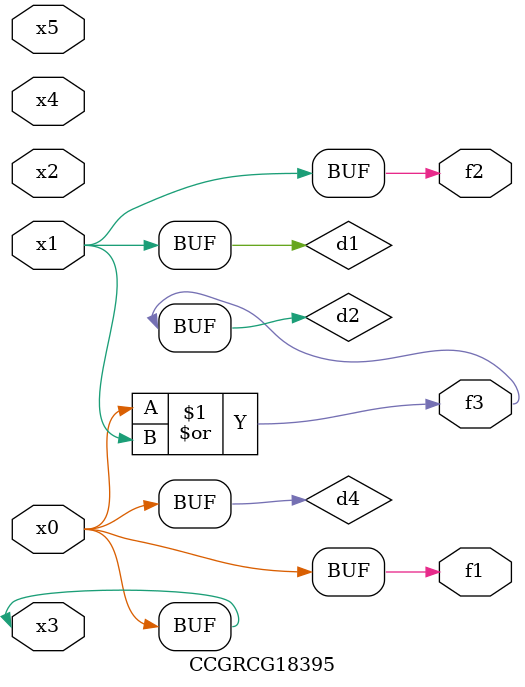
<source format=v>
module CCGRCG18395(
	input x0, x1, x2, x3, x4, x5,
	output f1, f2, f3
);

	wire d1, d2, d3, d4;

	and (d1, x1);
	or (d2, x0, x1);
	nand (d3, x0, x5);
	buf (d4, x0, x3);
	assign f1 = d4;
	assign f2 = d1;
	assign f3 = d2;
endmodule

</source>
